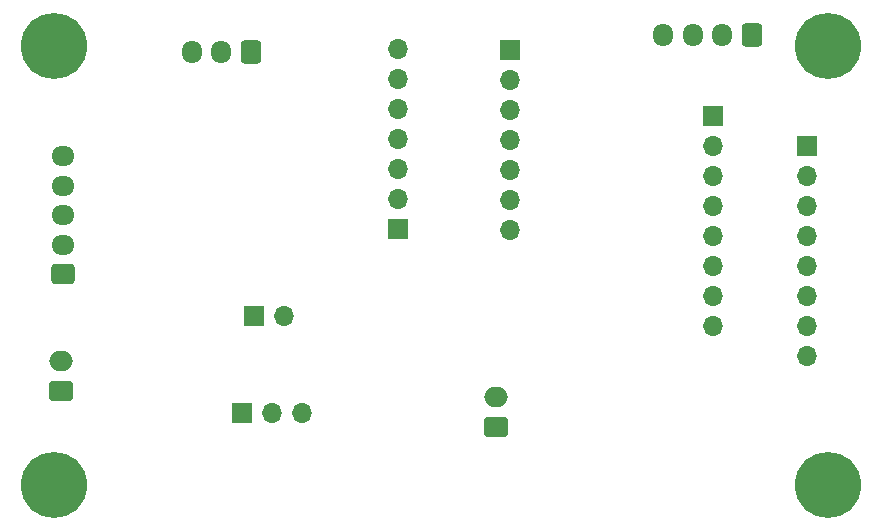
<source format=gbr>
%TF.GenerationSoftware,KiCad,Pcbnew,(6.0.6)*%
%TF.CreationDate,2022-07-29T16:25:05-07:00*%
%TF.ProjectId,ubitx raduino clone daughter board,75626974-7820-4726-9164-75696e6f2063,rev?*%
%TF.SameCoordinates,Original*%
%TF.FileFunction,Soldermask,Top*%
%TF.FilePolarity,Negative*%
%FSLAX46Y46*%
G04 Gerber Fmt 4.6, Leading zero omitted, Abs format (unit mm)*
G04 Created by KiCad (PCBNEW (6.0.6)) date 2022-07-29 16:25:05*
%MOMM*%
%LPD*%
G01*
G04 APERTURE LIST*
G04 Aperture macros list*
%AMRoundRect*
0 Rectangle with rounded corners*
0 $1 Rounding radius*
0 $2 $3 $4 $5 $6 $7 $8 $9 X,Y pos of 4 corners*
0 Add a 4 corners polygon primitive as box body*
4,1,4,$2,$3,$4,$5,$6,$7,$8,$9,$2,$3,0*
0 Add four circle primitives for the rounded corners*
1,1,$1+$1,$2,$3*
1,1,$1+$1,$4,$5*
1,1,$1+$1,$6,$7*
1,1,$1+$1,$8,$9*
0 Add four rect primitives between the rounded corners*
20,1,$1+$1,$2,$3,$4,$5,0*
20,1,$1+$1,$4,$5,$6,$7,0*
20,1,$1+$1,$6,$7,$8,$9,0*
20,1,$1+$1,$8,$9,$2,$3,0*%
G04 Aperture macros list end*
%ADD10R,1.700000X1.700000*%
%ADD11O,1.700000X1.700000*%
%ADD12RoundRect,0.250000X0.750000X-0.600000X0.750000X0.600000X-0.750000X0.600000X-0.750000X-0.600000X0*%
%ADD13O,2.000000X1.700000*%
%ADD14C,5.600000*%
%ADD15C,3.600000*%
%ADD16RoundRect,0.250000X0.725000X-0.600000X0.725000X0.600000X-0.725000X0.600000X-0.725000X-0.600000X0*%
%ADD17O,1.950000X1.700000*%
%ADD18RoundRect,0.250000X0.600000X0.725000X-0.600000X0.725000X-0.600000X-0.725000X0.600000X-0.725000X0*%
%ADD19O,1.700000X1.950000*%
G04 APERTURE END LIST*
D10*
%TO.C,J4*%
X159508000Y-61172000D03*
D11*
X159508000Y-63712000D03*
X159508000Y-66252000D03*
X159508000Y-68792000D03*
X159508000Y-71332000D03*
X159508000Y-73872000D03*
X159508000Y-76412000D03*
%TD*%
D10*
%TO.C,J5*%
X149983000Y-76295000D03*
D11*
X149983000Y-73755000D03*
X149983000Y-71215000D03*
X149983000Y-68675000D03*
X149983000Y-66135000D03*
X149983000Y-63595000D03*
X149983000Y-61055000D03*
%TD*%
D12*
%TO.C,J9*%
X121518000Y-89981000D03*
D13*
X121518000Y-87481000D03*
%TD*%
D14*
%TO.C,Hole3*%
X186432000Y-98002000D03*
D15*
X186432000Y-98002000D03*
%TD*%
D10*
%TO.C,J7*%
X176653000Y-66771856D03*
D11*
X176653000Y-69311856D03*
X176653000Y-71851856D03*
X176653000Y-74391856D03*
X176653000Y-76931856D03*
X176653000Y-79471856D03*
X176653000Y-82011856D03*
X176653000Y-84551856D03*
%TD*%
D16*
%TO.C,J2*%
X121645000Y-80142000D03*
D17*
X121645000Y-77642000D03*
X121645000Y-75142000D03*
X121645000Y-72642000D03*
X121645000Y-70142000D03*
%TD*%
D12*
%TO.C,J8*%
X158348000Y-93029000D03*
D13*
X158348000Y-90529000D03*
%TD*%
D14*
%TO.C,Hole4*%
X120900000Y-98002000D03*
D15*
X120900000Y-98002000D03*
%TD*%
D18*
%TO.C,J3*%
X137537000Y-61299000D03*
D19*
X135037000Y-61299000D03*
X132537000Y-61299000D03*
%TD*%
D10*
%TO.C,JP1*%
X136775000Y-91842500D03*
D11*
X139315000Y-91842500D03*
X141855000Y-91842500D03*
%TD*%
D18*
%TO.C,J1*%
X179955000Y-59902000D03*
D19*
X177455000Y-59902000D03*
X174955000Y-59902000D03*
X172455000Y-59902000D03*
%TD*%
D10*
%TO.C,J6*%
X184654000Y-69311856D03*
D11*
X184654000Y-71851856D03*
X184654000Y-74391856D03*
X184654000Y-76931856D03*
X184654000Y-79471856D03*
X184654000Y-82011856D03*
X184654000Y-84551856D03*
X184654000Y-87091856D03*
%TD*%
D10*
%TO.C,JP2*%
X137786000Y-83651000D03*
D11*
X140326000Y-83651000D03*
%TD*%
D14*
%TO.C,Hole1*%
X120900000Y-60791000D03*
D15*
X120900000Y-60791000D03*
%TD*%
%TO.C,Hole2*%
X186432000Y-60791000D03*
D14*
X186432000Y-60791000D03*
%TD*%
M02*

</source>
